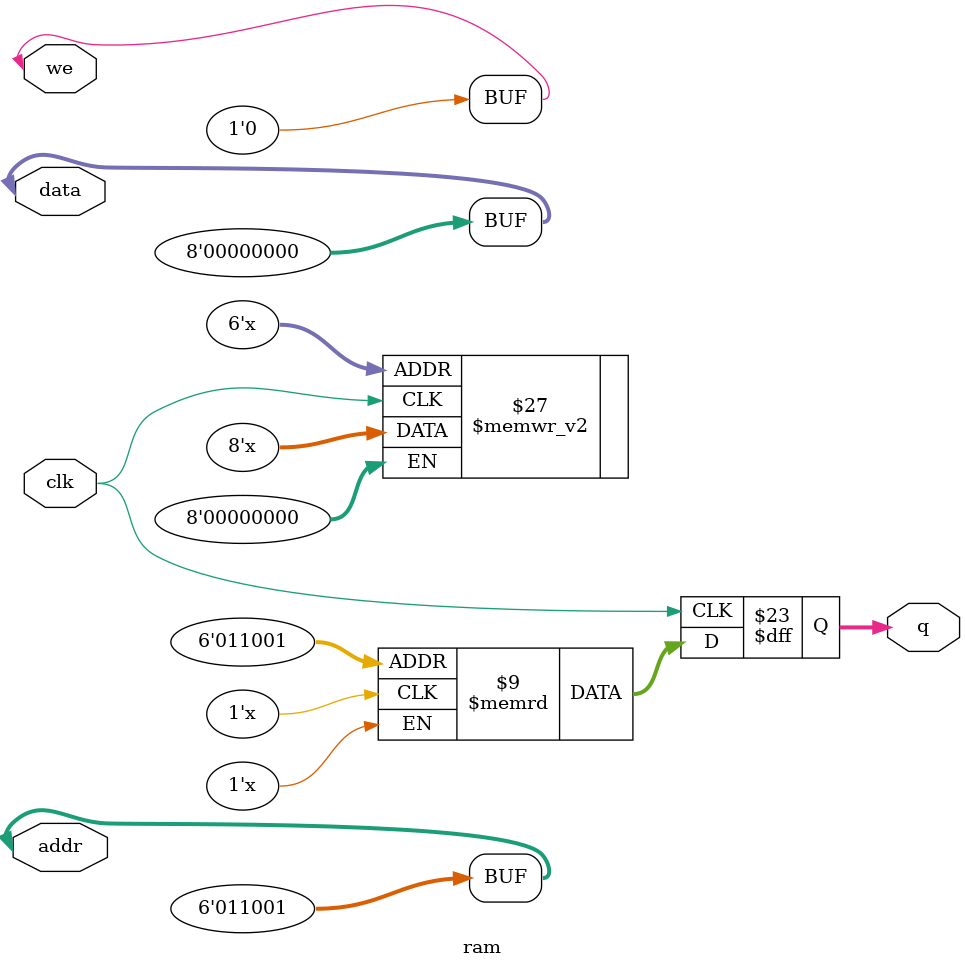
<source format=v>
module ram
(
input [7:0] data,
input [5:0] addr,
input we, clk,
output [7:0] q
);
reg [7:0] ram[63:0];
// when we is high, write data to ram at address addr
// assign the ram value at address addr to q
// when we is low, read data from ram at address addr
// data is written to ram when address and write enable are high
// ram[addr] holds the information at address addr
always @(posedge clk)
begin
if (we) 
	 ram[addr] <= data;
else 
	 q<= ram[addr];
end
// creating a small program to show off the ram module
initial
begin
// writing to the ram module
#10 data=8'd100; addr=6'd25; we=1'b1;
#10 data=8'd0; we=1'b0;
end
endmodule

</source>
